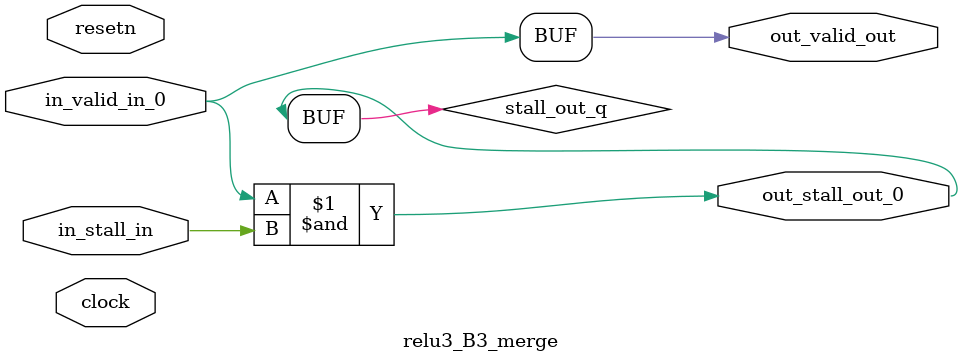
<source format=sv>



(* altera_attribute = "-name AUTO_SHIFT_REGISTER_RECOGNITION OFF; -name MESSAGE_DISABLE 10036; -name MESSAGE_DISABLE 10037; -name MESSAGE_DISABLE 14130; -name MESSAGE_DISABLE 14320; -name MESSAGE_DISABLE 15400; -name MESSAGE_DISABLE 14130; -name MESSAGE_DISABLE 10036; -name MESSAGE_DISABLE 12020; -name MESSAGE_DISABLE 12030; -name MESSAGE_DISABLE 12010; -name MESSAGE_DISABLE 12110; -name MESSAGE_DISABLE 14320; -name MESSAGE_DISABLE 13410; -name MESSAGE_DISABLE 113007; -name MESSAGE_DISABLE 10958" *)
module relu3_B3_merge (
    input wire [0:0] in_stall_in,
    input wire [0:0] in_valid_in_0,
    output wire [0:0] out_stall_out_0,
    output wire [0:0] out_valid_out,
    input wire clock,
    input wire resetn
    );

    wire [0:0] stall_out_q;


    // stall_out(LOGICAL,6)
    assign stall_out_q = in_valid_in_0 & in_stall_in;

    // out_stall_out_0(GPOUT,4)
    assign out_stall_out_0 = stall_out_q;

    // out_valid_out(GPOUT,5)
    assign out_valid_out = in_valid_in_0;

endmodule

</source>
